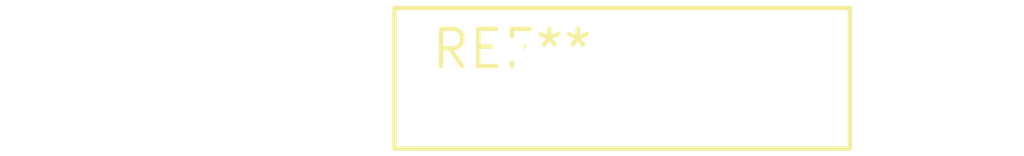
<source format=kicad_pcb>
(kicad_pcb (version 20240108) (generator pcbnew)
  (layers (0 "F.Cu" signal) (31 "B.Cu" signal) (34 "B.Paste" user) (35 "F.Paste" user) (36 "B.SilkS" user "B.Silkscreen") (37 "F.SilkS" user "F.Silkscreen") (38 "B.Mask" user) (39 "F.Mask" user) (44 "Edge.Cuts" user))
  (net 0 "")
  (footprint "RV_Disc_D15.5mm_W4.8mm_P7.5mm" (layer "F.Cu") (at 0 0)
    (property "Reference" "REF**")
    (property "Value" "RV_Disc_D15.5mm_W4.8mm_P7.5mm")
    (fp_line (start -4 -1.4) (end -4 3.4) (layer "F.SilkS") (stroke (width 0.15)))
    (fp_line (start -4 -1.4) (end 11.5 -1.4) (layer "F.SilkS") (stroke (width 0.15)))
    (fp_line (start -4 3.4) (end 11.5 3.4) (layer "F.SilkS") (stroke (width 0.15)))
    (fp_line (start 11.5 -1.4) (end 11.5 3.4) (layer "F.SilkS") (stroke (width 0.15)))
    (pad "1" thru_hole circle (at 0 0) (size 1.8 1.8) (drill 0.8) (layers *.Cu *.Mask) (remove_unused_layers))
    (pad "2" thru_hole circle (at 7.5 2) (size 1.8 1.8) (drill 0.8) (layers *.Cu *.Mask) (remove_unused_layers))
  )
)
</source>
